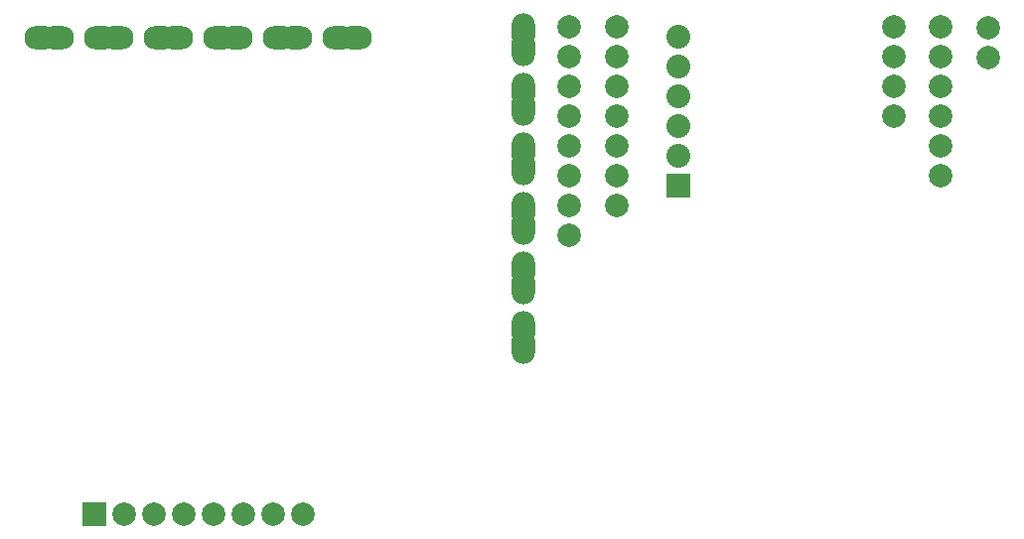
<source format=gbl>
G04*
G04 #@! TF.GenerationSoftware,Altium Limited,Altium Designer,22.5.1 (42)*
G04*
G04 Layer_Physical_Order=2*
G04 Layer_Color=16711680*
%FSLAX44Y44*%
%MOMM*%
G71*
G04*
G04 #@! TF.SameCoordinates,428DBBA7-CA38-4E35-A069-69FE0EE86696*
G04*
G04*
G04 #@! TF.FilePolarity,Positive*
G04*
G01*
G75*
%ADD27C,2.0000*%
%ADD28R,2.0320X2.0320*%
%ADD29C,2.0320*%
%ADD30O,2.0000X3.0000*%
%ADD31O,2.8000X2.0000*%
%ADD32R,2.0000X2.0000*%
D27*
X140462Y203376D02*
D03*
Y228776D02*
D03*
X99822Y229086D02*
D03*
Y203686D02*
D03*
Y178286D02*
D03*
Y152886D02*
D03*
Y127486D02*
D03*
Y102086D02*
D03*
X60452Y229086D02*
D03*
Y203686D02*
D03*
Y178286D02*
D03*
Y152886D02*
D03*
X-175768Y76686D02*
D03*
Y102086D02*
D03*
Y127486D02*
D03*
Y152886D02*
D03*
Y178286D02*
D03*
Y203686D02*
D03*
Y229086D02*
D03*
X-216408D02*
D03*
Y203686D02*
D03*
Y178286D02*
D03*
Y152886D02*
D03*
Y127486D02*
D03*
Y102086D02*
D03*
Y76686D02*
D03*
Y51286D02*
D03*
X-596138Y-186514D02*
D03*
X-443738D02*
D03*
X-519938D02*
D03*
X-545338D02*
D03*
X-570738D02*
D03*
X-469138D02*
D03*
X-494538D02*
D03*
D28*
X-123698Y94156D02*
D03*
D29*
Y119556D02*
D03*
Y195756D02*
D03*
Y170356D02*
D03*
Y144956D02*
D03*
Y221156D02*
D03*
D30*
X-255778Y-42984D02*
D03*
Y-27784D02*
D03*
Y7816D02*
D03*
Y23016D02*
D03*
Y58616D02*
D03*
Y73816D02*
D03*
Y109416D02*
D03*
Y124616D02*
D03*
Y160216D02*
D03*
Y175416D02*
D03*
Y211016D02*
D03*
Y226216D02*
D03*
D31*
X-652438Y219886D02*
D03*
X-666838D02*
D03*
X-500038D02*
D03*
X-449238D02*
D03*
X-463638D02*
D03*
X-616038D02*
D03*
X-601638D02*
D03*
X-550838D02*
D03*
X-565238D02*
D03*
X-514438D02*
D03*
X-398438D02*
D03*
X-412838D02*
D03*
D32*
X-621538Y-186514D02*
D03*
M02*

</source>
